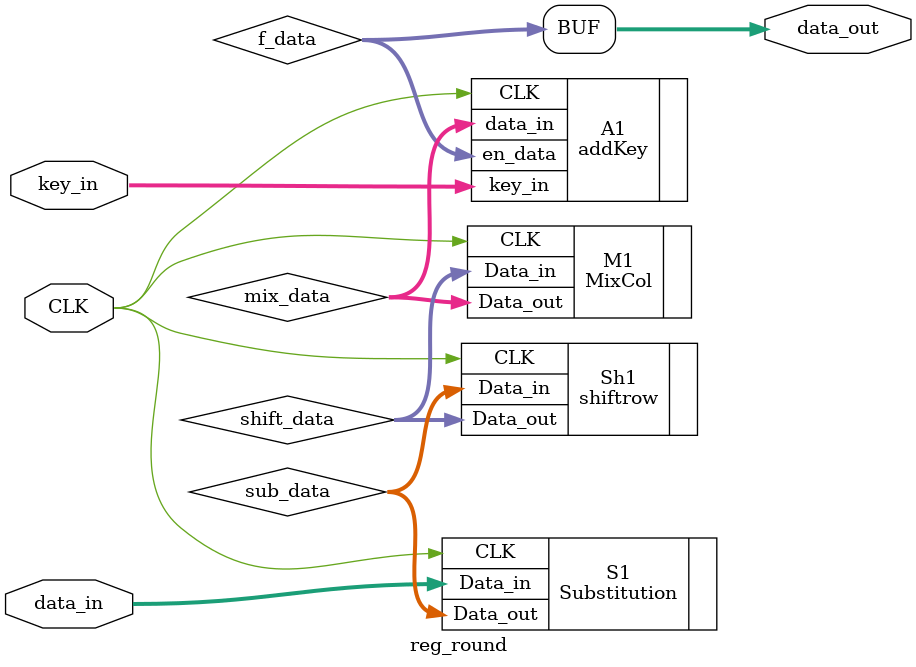
<source format=v>



`timescale 1ns/100ps 
module reg_round(input [127:0] key_in, data_in, input CLK, output [127:0] data_out);

wire [127:0] sub_data,shift_data,mix_data,f_data;

Substitution S1(.Data_in(data_in),.CLK(CLK),.Data_out(sub_data));
shiftrow Sh1(.Data_in(sub_data),.CLK(CLK),.Data_out(shift_data));
MixCol M1(.Data_in(shift_data),.CLK(CLK),.Data_out(mix_data));
addKey A1(.data_in(mix_data),.key_in(key_in),.CLK(CLK),.en_data(f_data));

assign data_out = f_data;
endmodule 
</source>
